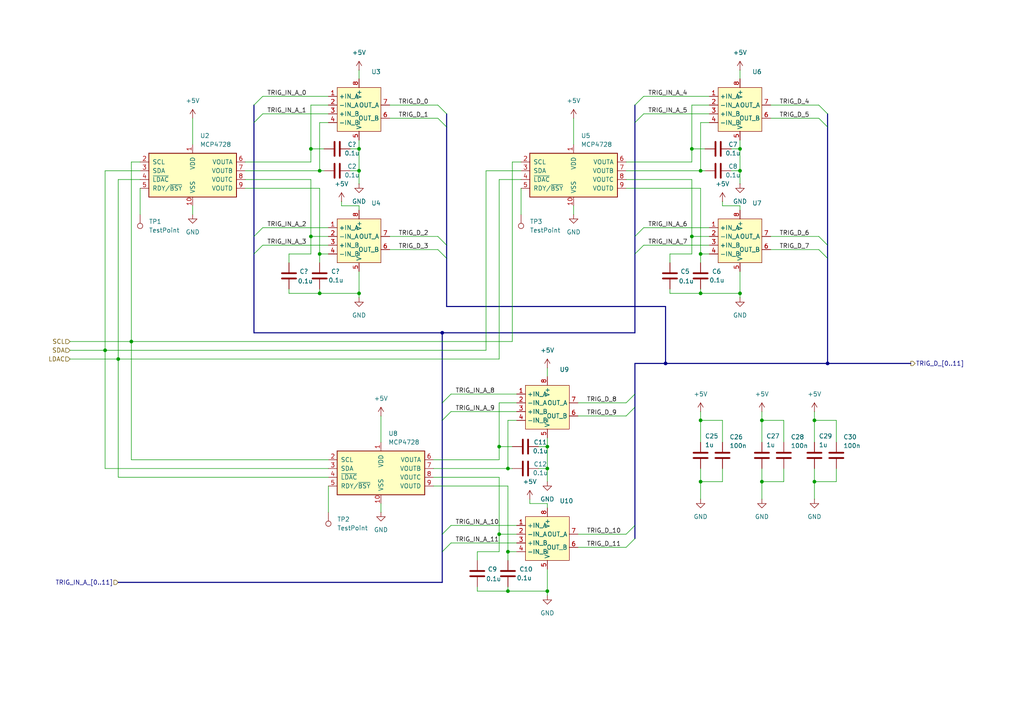
<source format=kicad_sch>
(kicad_sch (version 20250114) (generator "eeschema") (generator_version "9.0")
  (paper "A4")
  (lib_symbols
    (symbol "Analog_DAC:MCP4728" (pin_names (offset 1.016))
      (property "Reference" "U" (at -12.7 6.35 0))
      (property "Value" "MCP4728" (at 12.7 6.35 0))
      (symbol "MCP4728_0_1"
        (rectangle (start -12.7 5.08) (end 12.7 -7.62) (stroke (width 0.254)) (fill (type background)))
      )
      (symbol "MCP4728_1_1"
        (pin input line (at -15.24 2.54 0) (length 2.54) (name "SCL") (number "2"))
        (pin bidirectional line (at -15.24 0 0) (length 2.54) (name "SDA") (number "3"))
        (pin input line (at -15.24 -2.54 0) (length 2.54) (name "~{LDAC}") (number "4"))
        (pin output line (at -15.24 -5.08 0) (length 2.54) (name "RDY/~{BSY}") (number "5"))
        (pin power_in line (at 0 7.62 270) (length 2.54) (name "VDD") (number "1"))
        (pin power_in line (at 0 -10.16 90) (length 2.54) (name "VSS") (number "10"))
        (pin output line (at 15.24 2.54 180) (length 2.54) (name "VOUTA") (number "6"))
        (pin output line (at 15.24 0 180) (length 2.54) (name "VOUTB") (number "7"))
        (pin output line (at 15.24 -2.54 180) (length 2.54) (name "VOUTC") (number "8"))
        (pin output line (at 15.24 -5.08 180) (length 2.54) (name "VOUTD") (number "9"))
      )
    )
    (symbol "Connector:TestPoint" (pin_numbers (hide yes)) (pin_names (offset 0.762) (hide yes))
      (property "Reference" "TP" (at 0 6.858 0))
      (property "Value" "TestPoint" (at 0 5.08 0))
      (symbol "TestPoint_0_1"
        (circle (center 0 3.302) (radius 0.762))
      )
      (symbol "TestPoint_1_1"
        (pin passive line (at 0 0 90) (length 2.54) (name "1") (number "1"))
      )
    )
    (symbol "Device:C" (pin_numbers (hide yes)) (pin_names (offset 0.254))
      (property "Reference" "C" (at 0.635 2.54 0))
      (property "Value" "C" (at 0.635 -2.54 0))
      (symbol "C_0_1"
        (polyline (pts (xy -2.032 0.762) (xy 2.032 0.762)) (stroke (width 0.508)))
        (polyline (pts (xy -2.032 -0.762) (xy 2.032 -0.762)) (stroke (width 0.508)))
      )
      (symbol "C_1_1"
        (pin passive line (at 0 3.81 270) (length 2.794) (name "~") (number "1"))
        (pin passive line (at 0 -3.81 90) (length 2.794) (name "~") (number "2"))
      )
    )
    (symbol "TLV3502AIDR_1"
      (property "Reference" "U" (at 6.858 -8.382 0))
      (property "Value" "TLV3502AIDR" (at 8.89 -10.668 0))
      (symbol "TLV3502AIDR_1_1_1"
        (rectangle (start -6.35 6.35) (end 6.35 -6.35) (fill (type background)))
        (pin input line (at -8.89 3.81 0) (length 2.54) (name "+IN_A") (number "1"))
        (pin input line (at -8.89 1.27 0) (length 2.54) (name "-IN_A") (number "2"))
        (pin input line (at -8.89 -1.27 0) (length 2.54) (name "+IN_B") (number "3"))
        (pin input line (at -8.89 -3.81 0) (length 2.54) (name "-IN_B") (number "4"))
        (pin power_in line (at 0 8.89 270) (length 2.54) (name "V+") (number "8"))
        (pin power_in line (at 0 -8.89 90) (length 2.54) (name "V-") (number "5"))
        (pin output line (at 8.89 1.27 180) (length 2.54) (name "OUT_A") (number "7"))
        (pin output line (at 8.89 -2.54 180) (length 2.54) (name "OUT_B") (number "6"))
      )
    )
    (symbol "power:+5V" (power) (pin_numbers (hide yes)) (pin_names (offset 0) (hide yes))
      (property "Value" "+5V" (at 0 3.556 0))
      (symbol "+5V_0_1"
        (polyline (pts (xy -0.762 1.27) (xy 0 2.54)))
        (polyline (pts (xy 0 2.54) (xy 0.762 1.27)))
        (polyline (pts (xy 0 0) (xy 0 2.54)))
      )
      (symbol "+5V_1_1"
        (pin power_in line (at 0 0 90) (length 0) (name "~") (number "1"))
      )
    )
    (symbol "power:GND" (power) (pin_numbers (hide yes)) (pin_names (offset 0) (hide yes))
      (property "Value" "GND" (at 0 -3.81 0))
      (symbol "GND_0_1"
        (polyline (pts (xy 0 0) (xy 0 -1.27) (xy 1.27 -1.27) (xy 0 -2.54) (xy -1.27 -1.27) (xy 0 -1.27)))
      )
      (symbol "GND_1_1"
        (pin power_in line (at 0 0 270) (length 0) (name "~") (number "1"))
      )
    )
  )
  (junction (at 158.75 171.45))
  (junction (at 104.14 49.53))
  (junction (at 203.2 85.09))
  (junction (at 214.63 49.53))
  (junction (at 30.48 101.6))
  (junction (at 193.04 105.41))
  (junction (at 92.71 73.66))
  (junction (at 203.2 49.53))
  (junction (at 104.14 43.18))
  (junction (at 200.66 43.18))
  (junction (at 90.17 68.58))
  (junction (at 147.32 135.89))
  (junction (at 203.2 121.92))
  (junction (at 236.22 139.7))
  (junction (at 214.63 85.09))
  (junction (at 92.71 49.53))
  (junction (at 220.98 121.92))
  (junction (at 92.71 85.09))
  (junction (at 144.78 154.94))
  (junction (at 38.1 99.06))
  (junction (at 200.66 68.58))
  (junction (at 236.22 121.92))
  (junction (at 240.03 105.41))
  (junction (at 147.32 160.02))
  (junction (at 203.2 139.7))
  (junction (at 128.27 96.52))
  (junction (at 90.17 43.18))
  (junction (at 144.78 129.54))
  (junction (at 158.75 135.89))
  (junction (at 104.14 85.09))
  (junction (at 147.32 171.45))
  (junction (at 214.63 43.18))
  (junction (at 203.2 73.66))
  (junction (at 220.98 139.7))
  (junction (at 34.29 104.14))
  (junction (at 158.75 129.54))
  (bus_entry (at 128.27 116.84) (size 2.54 -2.54))
  (bus_entry (at 73.66 68.58) (size 2.54 -2.54))
  (bus_entry (at 73.66 30.48) (size 2.54 -2.54))
  (bus_entry (at 128.27 154.94) (size 2.54 -2.54))
  (bus_entry (at 181.61 154.94) (size 2.54 -2.54))
  (bus_entry (at 73.66 73.66) (size 2.54 -2.54))
  (bus_entry (at 237.49 34.29) (size 2.54 2.54))
  (bus_entry (at 237.49 30.48) (size 2.54 2.54))
  (bus_entry (at 181.61 158.75) (size 2.54 -2.54))
  (bus_entry (at 237.49 72.39) (size 2.54 2.54))
  (bus_entry (at 127 72.39) (size 2.54 2.54))
  (bus_entry (at 128.27 160.02) (size 2.54 -2.54))
  (bus_entry (at 184.15 35.56) (size 2.54 -2.54))
  (bus_entry (at 127 34.29) (size 2.54 2.54))
  (bus_entry (at 127 68.58) (size 2.54 2.54))
  (bus_entry (at 128.27 121.92) (size 2.54 -2.54))
  (bus_entry (at 73.66 35.56) (size 2.54 -2.54))
  (bus_entry (at 127 30.48) (size 2.54 2.54))
  (bus_entry (at 184.15 73.66) (size 2.54 -2.54))
  (bus_entry (at 237.49 68.58) (size 2.54 2.54))
  (bus_entry (at 181.61 116.84) (size 2.54 -2.54))
  (bus_entry (at 181.61 120.65) (size 2.54 -2.54))
  (bus_entry (at 184.15 30.48) (size 2.54 -2.54))
  (bus_entry (at 184.15 68.58) (size 2.54 -2.54))
  (wire (pts (xy 83.82 85.09) (xy 92.71 85.09)))
  (wire (pts (xy 167.64 120.65) (xy 181.61 120.65)))
  (wire (pts (xy 34.29 104.14) (xy 34.29 138.43)))
  (wire (pts (xy 20.32 101.6) (xy 30.48 101.6)))
  (wire (pts (xy 167.64 158.75) (xy 181.61 158.75)))
  (wire (pts (xy 99.06 59.69) (xy 104.14 59.69)))
  (wire (pts (xy 203.2 121.92) (xy 203.2 128.27)))
  (wire (pts (xy 214.63 20.32) (xy 214.63 22.86)))
  (wire (pts (xy 92.71 35.56) (xy 92.71 49.53)))
  (wire (pts (xy 95.25 140.97) (xy 95.25 148.59)))
  (wire (pts (xy 76.2 66.04) (xy 95.25 66.04)))
  (wire (pts (xy 95.25 73.66) (xy 92.71 73.66)))
  (wire (pts (xy 104.14 20.32) (xy 104.14 22.86)))
  (wire (pts (xy 110.49 146.05) (xy 110.49 148.59)))
  (wire (pts (xy 125.73 133.35) (xy 144.78 133.35)))
  (wire (pts (xy 90.17 52.07) (xy 71.12 52.07)))
  (bus (pts (xy 73.66 96.52) (xy 128.27 96.52)))
  (wire (pts (xy 144.78 129.54) (xy 148.59 129.54)))
  (wire (pts (xy 209.55 135.89) (xy 209.55 139.7)))
  (wire (pts (xy 110.49 120.65) (xy 110.49 128.27)))
  (wire (pts (xy 236.22 121.92) (xy 242.57 121.92)))
  (bus (pts (xy 128.27 96.52) (xy 184.15 96.52)))
  (wire (pts (xy 158.75 171.45) (xy 158.75 165.1)))
  (wire (pts (xy 203.2 121.92) (xy 209.55 121.92)))
  (bus (pts (xy 184.15 118.11) (xy 184.15 152.4)))
  (wire (pts (xy 104.14 59.69) (xy 104.14 60.96)))
  (bus (pts (xy 129.54 88.9) (xy 193.04 88.9)))
  (wire (pts (xy 20.32 99.06) (xy 38.1 99.06)))
  (wire (pts (xy 220.98 121.92) (xy 227.33 121.92)))
  (bus (pts (xy 184.15 152.4) (xy 184.15 156.21)))
  (wire (pts (xy 167.64 154.94) (xy 181.61 154.94)))
  (wire (pts (xy 104.14 53.34) (xy 104.14 49.53)))
  (wire (pts (xy 95.25 30.48) (xy 90.17 30.48)))
  (wire (pts (xy 223.52 34.29) (xy 237.49 34.29)))
  (bus (pts (xy 128.27 160.02) (xy 128.27 168.91)))
  (wire (pts (xy 242.57 135.89) (xy 242.57 139.7)))
  (bus (pts (xy 184.15 35.56) (xy 184.15 68.58)))
  (wire (pts (xy 83.82 83.82) (xy 83.82 85.09)))
  (wire (pts (xy 104.14 85.09) (xy 104.14 86.36)))
  (wire (pts (xy 209.55 58.42) (xy 209.55 59.69)))
  (wire (pts (xy 130.81 114.3) (xy 149.86 114.3)))
  (wire (pts (xy 92.71 54.61) (xy 71.12 54.61)))
  (wire (pts (xy 104.14 43.18) (xy 104.14 49.53)))
  (wire (pts (xy 194.31 73.66) (xy 194.31 76.2)))
  (wire (pts (xy 236.22 135.89) (xy 236.22 139.7)))
  (bus (pts (xy 193.04 105.41) (xy 240.03 105.41)))
  (wire (pts (xy 113.03 34.29) (xy 127 34.29)))
  (wire (pts (xy 147.32 135.89) (xy 148.59 135.89)))
  (wire (pts (xy 153.67 146.05) (xy 158.75 146.05)))
  (wire (pts (xy 90.17 73.66) (xy 83.82 73.66)))
  (wire (pts (xy 151.13 52.07) (xy 144.78 52.07)))
  (wire (pts (xy 38.1 133.35) (xy 95.25 133.35)))
  (wire (pts (xy 205.74 68.58) (xy 200.66 68.58)))
  (bus (pts (xy 73.66 68.58) (xy 73.66 73.66)))
  (wire (pts (xy 71.12 46.99) (xy 90.17 46.99)))
  (wire (pts (xy 200.66 52.07) (xy 181.61 52.07)))
  (wire (pts (xy 214.63 43.18) (xy 214.63 49.53)))
  (wire (pts (xy 220.98 119.38) (xy 220.98 121.92)))
  (wire (pts (xy 113.03 68.58) (xy 127 68.58)))
  (wire (pts (xy 223.52 68.58) (xy 237.49 68.58)))
  (bus (pts (xy 193.04 88.9) (xy 193.04 105.41)))
  (wire (pts (xy 138.43 171.45) (xy 147.32 171.45)))
  (bus (pts (xy 128.27 121.92) (xy 128.27 154.94)))
  (wire (pts (xy 236.22 121.92) (xy 236.22 128.27)))
  (wire (pts (xy 147.32 170.18) (xy 147.32 171.45)))
  (wire (pts (xy 200.66 43.18) (xy 204.47 43.18)))
  (wire (pts (xy 200.66 43.18) (xy 200.66 46.99)))
  (wire (pts (xy 227.33 139.7) (xy 220.98 139.7)))
  (wire (pts (xy 55.88 59.69) (xy 55.88 62.23)))
  (wire (pts (xy 205.74 30.48) (xy 200.66 30.48)))
  (wire (pts (xy 147.32 171.45) (xy 158.75 171.45)))
  (wire (pts (xy 95.25 35.56) (xy 92.71 35.56)))
  (wire (pts (xy 203.2 54.61) (xy 181.61 54.61)))
  (bus (pts (xy 128.27 116.84) (xy 128.27 96.52)))
  (wire (pts (xy 223.52 72.39) (xy 237.49 72.39)))
  (wire (pts (xy 144.78 154.94) (xy 144.78 160.02)))
  (wire (pts (xy 151.13 46.99) (xy 148.59 46.99)))
  (wire (pts (xy 76.2 71.12) (xy 95.25 71.12)))
  (wire (pts (xy 38.1 46.99) (xy 38.1 99.06)))
  (wire (pts (xy 242.57 121.92) (xy 242.57 128.27)))
  (wire (pts (xy 92.71 49.53) (xy 93.98 49.53)))
  (wire (pts (xy 156.21 135.89) (xy 158.75 135.89)))
  (bus (pts (xy 240.03 71.12) (xy 240.03 74.93)))
  (wire (pts (xy 113.03 30.48) (xy 127 30.48)))
  (wire (pts (xy 200.66 68.58) (xy 200.66 73.66)))
  (wire (pts (xy 214.63 85.09) (xy 214.63 86.36)))
  (wire (pts (xy 149.86 116.84) (xy 144.78 116.84)))
  (wire (pts (xy 227.33 121.92) (xy 227.33 128.27)))
  (wire (pts (xy 40.64 54.61) (xy 40.64 62.23)))
  (bus (pts (xy 128.27 116.84) (xy 128.27 121.92)))
  (wire (pts (xy 90.17 30.48) (xy 90.17 43.18)))
  (bus (pts (xy 128.27 154.94) (xy 128.27 160.02)))
  (wire (pts (xy 40.64 52.07) (xy 34.29 52.07)))
  (wire (pts (xy 130.81 152.4) (xy 149.86 152.4)))
  (wire (pts (xy 205.74 73.66) (xy 203.2 73.66)))
  (wire (pts (xy 156.21 129.54) (xy 158.75 129.54)))
  (bus (pts (xy 240.03 33.02) (xy 240.03 36.83)))
  (wire (pts (xy 158.75 171.45) (xy 158.75 172.72)))
  (wire (pts (xy 30.48 135.89) (xy 95.25 135.89)))
  (wire (pts (xy 186.69 27.94) (xy 205.74 27.94)))
  (wire (pts (xy 90.17 68.58) (xy 90.17 52.07)))
  (wire (pts (xy 200.66 68.58) (xy 200.66 52.07)))
  (wire (pts (xy 92.71 83.82) (xy 92.71 85.09)))
  (wire (pts (xy 130.81 119.38) (xy 149.86 119.38)))
  (wire (pts (xy 148.59 46.99) (xy 148.59 99.06)))
  (wire (pts (xy 214.63 85.09) (xy 214.63 78.74)))
  (wire (pts (xy 101.6 43.18) (xy 104.14 43.18)))
  (wire (pts (xy 158.75 127) (xy 158.75 129.54)))
  (wire (pts (xy 113.03 72.39) (xy 127 72.39)))
  (wire (pts (xy 186.69 71.12) (xy 205.74 71.12)))
  (wire (pts (xy 200.66 30.48) (xy 200.66 43.18)))
  (bus (pts (xy 129.54 71.12) (xy 129.54 74.93)))
  (wire (pts (xy 144.78 154.94) (xy 144.78 138.43)))
  (wire (pts (xy 99.06 58.42) (xy 99.06 59.69)))
  (wire (pts (xy 83.82 73.66) (xy 83.82 76.2)))
  (wire (pts (xy 212.09 43.18) (xy 214.63 43.18)))
  (bus (pts (xy 34.29 168.91) (xy 128.27 168.91)))
  (wire (pts (xy 147.32 160.02) (xy 147.32 140.97)))
  (wire (pts (xy 220.98 139.7) (xy 220.98 144.78)))
  (wire (pts (xy 34.29 104.14) (xy 144.78 104.14)))
  (wire (pts (xy 92.71 73.66) (xy 92.71 76.2)))
  (wire (pts (xy 144.78 52.07) (xy 144.78 104.14)))
  (wire (pts (xy 130.81 157.48) (xy 149.86 157.48)))
  (wire (pts (xy 144.78 129.54) (xy 144.78 133.35)))
  (wire (pts (xy 151.13 49.53) (xy 140.97 49.53)))
  (wire (pts (xy 40.64 49.53) (xy 30.48 49.53)))
  (wire (pts (xy 92.71 49.53) (xy 71.12 49.53)))
  (wire (pts (xy 205.74 35.56) (xy 203.2 35.56)))
  (bus (pts (xy 184.15 114.3) (xy 184.15 105.41)))
  (wire (pts (xy 147.32 135.89) (xy 125.73 135.89)))
  (wire (pts (xy 203.2 119.38) (xy 203.2 121.92)))
  (wire (pts (xy 158.75 139.7) (xy 158.75 135.89)))
  (wire (pts (xy 214.63 59.69) (xy 214.63 60.96)))
  (wire (pts (xy 38.1 99.06) (xy 148.59 99.06)))
  (wire (pts (xy 200.66 73.66) (xy 194.31 73.66)))
  (wire (pts (xy 220.98 121.92) (xy 220.98 128.27)))
  (wire (pts (xy 209.55 121.92) (xy 209.55 128.27)))
  (wire (pts (xy 203.2 73.66) (xy 203.2 54.61)))
  (wire (pts (xy 76.2 27.94) (xy 95.25 27.94)))
  (wire (pts (xy 203.2 83.82) (xy 203.2 85.09)))
  (wire (pts (xy 194.31 83.82) (xy 194.31 85.09)))
  (wire (pts (xy 227.33 135.89) (xy 227.33 139.7)))
  (wire (pts (xy 20.32 104.14) (xy 34.29 104.14)))
  (wire (pts (xy 223.52 30.48) (xy 237.49 30.48)))
  (wire (pts (xy 149.86 154.94) (xy 144.78 154.94)))
  (wire (pts (xy 203.2 139.7) (xy 203.2 144.78)))
  (wire (pts (xy 158.75 106.68) (xy 158.75 109.22)))
  (wire (pts (xy 147.32 121.92) (xy 147.32 135.89)))
  (wire (pts (xy 236.22 119.38) (xy 236.22 121.92)))
  (wire (pts (xy 166.37 59.69) (xy 166.37 62.23)))
  (wire (pts (xy 34.29 52.07) (xy 34.29 104.14)))
  (wire (pts (xy 40.64 46.99) (xy 38.1 46.99)))
  (bus (pts (xy 240.03 105.41) (xy 264.16 105.41)))
  (wire (pts (xy 203.2 135.89) (xy 203.2 139.7)))
  (wire (pts (xy 90.17 68.58) (xy 90.17 73.66)))
  (wire (pts (xy 242.57 139.7) (xy 236.22 139.7)))
  (wire (pts (xy 203.2 49.53) (xy 204.47 49.53)))
  (wire (pts (xy 90.17 43.18) (xy 90.17 46.99)))
  (wire (pts (xy 144.78 116.84) (xy 144.78 129.54)))
  (wire (pts (xy 92.71 85.09) (xy 104.14 85.09)))
  (wire (pts (xy 203.2 85.09) (xy 214.63 85.09)))
  (wire (pts (xy 147.32 140.97) (xy 125.73 140.97)))
  (wire (pts (xy 236.22 139.7) (xy 236.22 144.78)))
  (wire (pts (xy 209.55 59.69) (xy 214.63 59.69)))
  (wire (pts (xy 30.48 49.53) (xy 30.48 101.6)))
  (wire (pts (xy 92.71 73.66) (xy 92.71 54.61)))
  (wire (pts (xy 203.2 49.53) (xy 181.61 49.53)))
  (wire (pts (xy 55.88 34.29) (xy 55.88 41.91)))
  (wire (pts (xy 144.78 160.02) (xy 138.43 160.02)))
  (wire (pts (xy 149.86 121.92) (xy 147.32 121.92)))
  (wire (pts (xy 167.64 116.84) (xy 181.61 116.84)))
  (wire (pts (xy 151.13 54.61) (xy 151.13 62.23)))
  (bus (pts (xy 73.66 96.52) (xy 73.66 73.66)))
  (bus (pts (xy 129.54 74.93) (xy 129.54 88.9)))
  (bus (pts (xy 184.15 118.11) (xy 184.15 114.3)))
  (wire (pts (xy 95.25 68.58) (xy 90.17 68.58)))
  (wire (pts (xy 158.75 146.05) (xy 158.75 147.32)))
  (wire (pts (xy 212.09 49.53) (xy 214.63 49.53)))
  (wire (pts (xy 186.69 66.04) (xy 205.74 66.04)))
  (wire (pts (xy 138.43 160.02) (xy 138.43 162.56)))
  (wire (pts (xy 104.14 40.64) (xy 104.14 43.18)))
  (wire (pts (xy 214.63 53.34) (xy 214.63 49.53)))
  (wire (pts (xy 144.78 138.43) (xy 125.73 138.43)))
  (wire (pts (xy 147.32 160.02) (xy 147.32 162.56)))
  (wire (pts (xy 158.75 129.54) (xy 158.75 135.89)))
  (wire (pts (xy 30.48 101.6) (xy 30.48 135.89)))
  (wire (pts (xy 104.14 85.09) (xy 104.14 78.74)))
  (wire (pts (xy 34.29 138.43) (xy 95.25 138.43)))
  (wire (pts (xy 214.63 40.64) (xy 214.63 43.18)))
  (wire (pts (xy 30.48 101.6) (xy 140.97 101.6)))
  (wire (pts (xy 140.97 49.53) (xy 140.97 101.6)))
  (wire (pts (xy 153.67 144.78) (xy 153.67 146.05)))
  (wire (pts (xy 220.98 135.89) (xy 220.98 139.7)))
  (wire (pts (xy 203.2 35.56) (xy 203.2 49.53)))
  (bus (pts (xy 73.66 35.56) (xy 73.66 68.58)))
  (wire (pts (xy 76.2 33.02) (xy 95.25 33.02)))
  (wire (pts (xy 181.61 46.99) (xy 200.66 46.99)))
  (wire (pts (xy 138.43 170.18) (xy 138.43 171.45)))
  (bus (pts (xy 184.15 68.58) (xy 184.15 73.66)))
  (wire (pts (xy 194.31 85.09) (xy 203.2 85.09)))
  (bus (pts (xy 240.03 36.83) (xy 240.03 71.12)))
  (bus (pts (xy 129.54 36.83) (xy 129.54 71.12)))
  (wire (pts (xy 101.6 49.53) (xy 104.14 49.53)))
  (bus (pts (xy 184.15 96.52) (xy 184.15 73.66)))
  (wire (pts (xy 90.17 43.18) (xy 93.98 43.18)))
  (wire (pts (xy 209.55 139.7) (xy 203.2 139.7)))
  (bus (pts (xy 129.54 33.02) (xy 129.54 36.83)))
  (wire (pts (xy 149.86 160.02) (xy 147.32 160.02)))
  (bus (pts (xy 73.66 30.48) (xy 73.66 35.56)))
  (wire (pts (xy 203.2 73.66) (xy 203.2 76.2)))
  (bus (pts (xy 184.15 105.41) (xy 193.04 105.41)))
  (wire (pts (xy 38.1 99.06) (xy 38.1 133.35)))
  (bus (pts (xy 184.15 30.48) (xy 184.15 35.56)))
  (wire (pts (xy 186.69 33.02) (xy 205.74 33.02)))
  (bus (pts (xy 240.03 74.93) (xy 240.03 105.41)))
  (wire (pts (xy 166.37 34.29) (xy 166.37 41.91)))
  (label "TRIG_D_5" (at 226.06 34.29 0))
  (label "TRIG_D_1" (at 115.57 34.29 0))
  (label "TRIG_IN_A_8" (at 132.08 114.3 0))
  (label "TRIG_D_3" (at 115.57 72.39 0))
  (label "TRIG_D_6" (at 226.06 68.58 0))
  (label "TRIG_IN_A_9" (at 132.08 119.38 0))
  (label "TRIG_D_7" (at 226.06 72.39 0))
  (label "TRIG_D_8" (at 170.18 116.84 0))
  (label "TRIG_IN_A_5" (at 187.96 33.02 0))
  (label "TRIG_IN_A_4" (at 187.96 27.94 0))
  (label "TRIG_IN_A_3" (at 77.47 71.12 0))
  (label "TRIG_IN_A_10" (at 132.08 152.4 0))
  (label "TRIG_IN_A_11" (at 132.08 157.48 0))
  (label "TRIG_IN_A_2" (at 77.47 66.04 0))
  (label "TRIG_IN_A_6" (at 187.96 66.04 0))
  (label "TRIG_D_2" (at 115.57 68.58 0))
  (label "TRIG_D_10" (at 170.18 154.94 0))
  (label "TRIG_D_0" (at 115.57 30.48 0))
  (label "TRIG_D_9" (at 170.18 120.65 0))
  (label "TRIG_D_4" (at 226.06 30.48 0))
  (label "TRIG_IN_A_1" (at 77.47 33.02 0))
  (label "TRIG_IN_A_0" (at 77.47 27.94 0))
  (label "TRIG_D_11" (at 170.18 158.75 0))
  (label "TRIG_IN_A_7" (at 187.96 71.12 0))
  (hierarchical_label "TRIG_IN_A_[0..11]" (shape input) (at 34.29 168.91 180))
  (hierarchical_label "LDAC" (shape input) (at 20.32 104.14 180))
  (hierarchical_label "SDA" (shape input) (at 20.32 101.6 180))
  (hierarchical_label "SCL" (shape input) (at 20.32 99.06 180))
  (hierarchical_label "TRIG_D_[0..11]" (shape output) (at 264.16 105.41 0))
  (symbol (lib_id "power:+5V") (at 203.2 119.38 0) (unit 1)
    (property "Reference" "#PWR050" (effects (hide yes)))
    (property "Value" "+5V" (at 203.2 114.3 0))
    (property "Description" "Power symbol creates a global label with name \"+5V\"" (effects (hide yes)))
  )
  (symbol (lib_id "power:GND") (at 158.75 139.7 0) (unit 1)
    (property "Reference" "#PWR027" (effects (hide yes)))
    (property "Value" "GND" (at 158.75 144.78 0))
    (property "Description" "Power symbol creates a global label with name \"GND\" , ground" (effects (hide yes)))
  )
  (symbol (lib_id "power:GND") (at 55.88 62.23 0) (unit 1)
    (property "Reference" "#PWR?" (effects (hide yes)))
    (property "Value" "GND" (at 55.88 67.31 0))
    (property "Description" "Power symbol creates a global label with name \"GND\" , ground" (effects (hide yes)))
  )
  (symbol (lib_name "TLV3502AIDR_1") (lib_id "tlv3502aidr:TLV3502AIDR") (at 158.75 118.11 0) (unit 1)
    (property "Reference" "U9" (at 162.306 107.188 0) (effects (justify left)))
    (property "Value" "TLV3502AIDR" (effects (hide yes)))
  )
  (symbol (lib_id "power:+5V") (at 236.22 119.38 0) (unit 1)
    (property "Reference" "#PWR054" (effects (hide yes)))
    (property "Value" "+5V" (at 236.22 114.3 0))
    (property "Description" "Power symbol creates a global label with name \"+5V\"" (effects (hide yes)))
  )
  (symbol (lib_id "Device:C") (at 83.82 80.01 0) (unit 1)
    (property "Reference" "C?" (at 86.868 78.74 0) (effects (justify left)))
    (property "Value" "0.1u" (at 86.36 81.534 0) (effects (justify left)))
    (property "Description" "Unpolarized capacitor" (effects (hide yes)))
  )
  (symbol (lib_id "power:GND") (at 110.49 148.59 0) (unit 1)
    (property "Reference" "#PWR024" (effects (hide yes)))
    (property "Value" "GND" (at 110.49 153.67 0))
    (property "Description" "Power symbol creates a global label with name \"GND\" , ground" (effects (hide yes)))
  )
  (symbol (lib_id "Connector:TestPoint") (at 40.64 62.23 180) (unit 1)
    (property "Reference" "TP1" (at 43.18 64.2619 0) (effects (justify right)))
    (property "Value" "TestPoint" (at 43.18 66.8019 0) (effects (justify right)))
    (property "Description" "test point" (effects (hide yes)))
  )
  (symbol (lib_id "power:GND") (at 236.22 144.78 0) (unit 1)
    (property "Reference" "#PWR055" (effects (hide yes)))
    (property "Value" "GND" (at 236.22 149.86 0))
    (property "Description" "Power symbol creates a global label with name \"GND\" , ground" (effects (hide yes)))
  )
  (symbol (lib_id "Device:C") (at 97.79 49.53 270) (unit 1)
    (property "Reference" "C2" (at 102.108 48.26 90))
    (property "Value" "0.1u" (at 102.108 50.8 90))
    (property "Description" "Unpolarized capacitor" (effects (hide yes)))
  )
  (symbol (lib_id "Device:C") (at 138.43 166.37 0) (unit 1)
    (property "Reference" "C9" (at 141.478 165.1 0) (effects (justify left)))
    (property "Value" "0.1u" (at 140.97 167.894 0) (effects (justify left)))
    (property "Description" "Unpolarized capacitor" (effects (hide yes)))
  )
  (symbol (lib_id "Device:C") (at 242.57 132.08 0) (unit 1)
    (property "Reference" "C30" (at 244.602 126.746 0) (effects (justify left)))
    (property "Value" "100n" (at 244.602 129.286 0) (effects (justify left)))
    (property "Description" "Unpolarized capacitor" (effects (hide yes)))
  )
  (symbol (lib_name "TLV3502AIDR_1") (lib_id "tlv3502aidr:TLV3502AIDR") (at 104.14 69.85 0) (unit 1)
    (property "Reference" "U4" (at 107.696 58.928 0) (effects (justify left)))
    (property "Value" "TLV3502AIDR" (effects (hide yes)))
  )
  (symbol (lib_name "TLV3502AIDR_1") (lib_id "tlv3502aidr:TLV3502AIDR") (at 104.14 31.75 0) (unit 1)
    (property "Reference" "U3" (at 107.696 20.828 0) (effects (justify left)))
    (property "Value" "TLV3502AIDR" (effects (hide yes)))
  )
  (symbol (lib_id "Device:C") (at 203.2 132.08 0) (unit 1)
    (property "Reference" "C25" (at 204.47 126.492 0) (effects (justify left)))
    (property "Value" "1u" (at 204.47 129.032 0) (effects (justify left)))
    (property "Description" "Unpolarized capacitor" (effects (hide yes)))
  )
  (symbol (lib_id "Device:C") (at 236.22 132.08 0) (unit 1)
    (property "Reference" "C29" (at 237.49 126.492 0) (effects (justify left)))
    (property "Value" "1u" (at 237.49 129.032 0) (effects (justify left)))
    (property "Description" "Unpolarized capacitor" (effects (hide yes)))
  )
  (symbol (lib_id "power:+5V") (at 209.55 58.42 0) (unit 1)
    (property "Reference" "#PWR019" (effects (hide yes)))
    (property "Value" "+5V" (at 209.55 53.34 0))
    (property "Description" "Power symbol creates a global label with name \"+5V\"" (effects (hide yes)))
  )
  (symbol (lib_id "Device:C") (at 194.31 80.01 0) (unit 1)
    (property "Reference" "C5" (at 197.358 78.74 0) (effects (justify left)))
    (property "Value" "0.1u" (at 196.85 81.534 0) (effects (justify left)))
    (property "Description" "Unpolarized capacitor" (effects (hide yes)))
  )
  (symbol (lib_id "Connector:TestPoint") (at 95.25 148.59 180) (unit 1)
    (property "Reference" "TP2" (at 97.79 150.6219 0) (effects (justify right)))
    (property "Value" "TestPoint" (at 97.79 153.1619 0) (effects (justify right)))
    (property "Description" "test point" (effects (hide yes)))
  )
  (symbol (lib_id "Device:C") (at 209.55 132.08 0) (unit 1)
    (property "Reference" "C26" (at 211.582 126.746 0) (effects (justify left)))
    (property "Value" "100n" (at 211.582 129.286 0) (effects (justify left)))
    (property "Description" "Unpolarized capacitor" (effects (hide yes)))
  )
  (symbol (lib_id "Analog_DAC:MCP4728") (at 166.37 49.53 0) (unit 1)
    (property "Reference" "U5" (at 168.5133 39.37 0) (effects (justify left)))
    (property "Value" "MCP4728" (at 168.5133 41.91 0) (effects (justify left)))
    (property "Footprint" "Package_SO:MSOP-10_3x3mm_P0.5mm" (effects (hide yes)))
    (property "Datasheet" "http://ww1.microchip.com/downloads/en/DeviceDoc/22187E.pdf" (effects (hide yes)))
    (property "Description" "12-bit digital to analog converter, quad output, 2.048V internal reference, integrated EEPROM, I2C interface" (effects (hide yes)))
  )
  (symbol (lib_name "TLV3502AIDR_1") (lib_id "tlv3502aidr:TLV3502AIDR") (at 158.75 156.21 0) (unit 1)
    (property "Reference" "U10" (at 162.306 145.288 0) (effects (justify left)))
    (property "Value" "TLV3502AIDR" (effects (hide yes)))
  )
  (symbol (lib_id "power:GND") (at 104.14 53.34 0) (unit 1)
    (property "Reference" "#PWR?" (effects (hide yes)))
    (property "Value" "GND" (at 104.14 58.42 0))
    (property "Description" "Power symbol creates a global label with name \"GND\" , ground" (effects (hide yes)))
  )
  (symbol (lib_id "power:GND") (at 214.63 53.34 0) (unit 1)
    (property "Reference" "#PWR021" (effects (hide yes)))
    (property "Value" "GND" (at 214.63 58.42 0))
    (property "Description" "Power symbol creates a global label with name \"GND\" , ground" (effects (hide yes)))
  )
  (symbol (lib_id "power:+5V") (at 55.88 34.29 0) (unit 1)
    (property "Reference" "#PWR?" (effects (hide yes)))
    (property "Value" "+5V" (at 55.88 29.21 0))
    (property "Description" "Power symbol creates a global label with name \"+5V\"" (effects (hide yes)))
  )
  (symbol (lib_id "power:+5V") (at 99.06 58.42 0) (unit 1)
    (property "Reference" "#PWR015" (effects (hide yes)))
    (property "Value" "+5V" (at 99.06 53.34 0))
    (property "Description" "Power symbol creates a global label with name \"+5V\"" (effects (hide yes)))
  )
  (symbol (lib_id "Connector:TestPoint") (at 151.13 62.23 180) (unit 1)
    (property "Reference" "TP3" (at 153.67 64.2619 0) (effects (justify right)))
    (property "Value" "TestPoint" (at 153.67 66.8019 0) (effects (justify right)))
    (property "Description" "test point" (effects (hide yes)))
  )
  (symbol (lib_id "power:+5V") (at 153.67 144.78 0) (unit 1)
    (property "Reference" "#PWR025" (effects (hide yes)))
    (property "Value" "+5V" (at 153.67 139.7 0))
    (property "Description" "Power symbol creates a global label with name \"+5V\"" (effects (hide yes)))
  )
  (symbol (lib_name "TLV3502AIDR_1") (lib_id "tlv3502aidr:TLV3502AIDR") (at 214.63 69.85 0) (unit 1)
    (property "Reference" "U7" (at 218.186 58.928 0) (effects (justify left)))
    (property "Value" "TLV3502AIDR" (effects (hide yes)))
  )
  (symbol (lib_id "power:GND") (at 203.2 144.78 0) (unit 1)
    (property "Reference" "#PWR051" (effects (hide yes)))
    (property "Value" "GND" (at 203.2 149.86 0))
    (property "Description" "Power symbol creates a global label with name \"GND\" , ground" (effects (hide yes)))
  )
  (symbol (lib_id "power:GND") (at 104.14 86.36 0) (unit 1)
    (property "Reference" "#PWR?" (effects (hide yes)))
    (property "Value" "GND" (at 104.14 91.44 0))
    (property "Description" "Power symbol creates a global label with name \"GND\" , ground" (effects (hide yes)))
  )
  (symbol (lib_id "Device:C") (at 147.32 166.37 0) (unit 1)
    (property "Reference" "C10" (at 150.622 165.1 0) (effects (justify left)))
    (property "Value" "0.1u" (at 149.86 167.64 0) (effects (justify left)))
    (property "Description" "Unpolarized capacitor" (effects (hide yes)))
  )
  (symbol (lib_name "TLV3502AIDR_1") (lib_id "tlv3502aidr:TLV3502AIDR") (at 214.63 31.75 0) (unit 1)
    (property "Reference" "U6" (at 218.186 20.828 0) (effects (justify left)))
    (property "Value" "TLV3502AIDR" (effects (hide yes)))
  )
  (symbol (lib_id "Device:C") (at 227.33 132.08 0) (unit 1)
    (property "Reference" "C28" (at 229.362 126.746 0) (effects (justify left)))
    (property "Value" "100n" (at 229.362 129.286 0) (effects (justify left)))
    (property "Description" "Unpolarized capacitor" (effects (hide yes)))
  )
  (symbol (lib_id "power:GND") (at 158.75 172.72 0) (unit 1)
    (property "Reference" "#PWR028" (effects (hide yes)))
    (property "Value" "GND" (at 158.75 177.8 0))
    (property "Description" "Power symbol creates a global label with name \"GND\" , ground" (effects (hide yes)))
  )
  (symbol (lib_id "Device:C") (at 208.28 43.18 270) (unit 1)
    (property "Reference" "C7" (at 212.598 41.91 90))
    (property "Value" "0.1u" (at 212.598 44.45 90))
    (property "Description" "Unpolarized capacitor" (effects (hide yes)))
  )
  (symbol (lib_id "Device:C") (at 152.4 129.54 270) (unit 1)
    (property "Reference" "C11" (at 156.718 128.27 90))
    (property "Value" "0.1u" (at 156.718 130.81 90))
    (property "Description" "Unpolarized capacitor" (effects (hide yes)))
  )
  (symbol (lib_id "power:GND") (at 166.37 62.23 0) (unit 1)
    (property "Reference" "#PWR018" (effects (hide yes)))
    (property "Value" "GND" (at 166.37 67.31 0))
    (property "Description" "Power symbol creates a global label with name \"GND\" , ground" (effects (hide yes)))
  )
  (symbol (lib_id "power:GND") (at 214.63 86.36 0) (unit 1)
    (property "Reference" "#PWR022" (effects (hide yes)))
    (property "Value" "GND" (at 214.63 91.44 0))
    (property "Description" "Power symbol creates a global label with name \"GND\" , ground" (effects (hide yes)))
  )
  (symbol (lib_id "Device:C") (at 97.79 43.18 270) (unit 1)
    (property "Reference" "C?" (at 102.108 41.91 90))
    (property "Value" "0.1u" (at 102.108 44.45 90))
    (property "Description" "Unpolarized capacitor" (effects (hide yes)))
  )
  (symbol (lib_id "power:+5V") (at 214.63 20.32 0) (unit 1)
    (property "Reference" "#PWR020" (effects (hide yes)))
    (property "Value" "+5V" (at 214.63 15.24 0))
    (property "Description" "Power symbol creates a global label with name \"+5V\"" (effects (hide yes)))
  )
  (symbol (lib_id "Device:C") (at 220.98 132.08 0) (unit 1)
    (property "Reference" "C27" (at 222.25 126.492 0) (effects (justify left)))
    (property "Value" "1u" (at 222.25 129.032 0) (effects (justify left)))
    (property "Description" "Unpolarized capacitor" (effects (hide yes)))
  )
  (symbol (lib_id "Device:C") (at 152.4 135.89 270) (unit 1)
    (property "Reference" "C12" (at 156.718 134.62 90))
    (property "Value" "0.1u" (at 156.718 137.16 90))
    (property "Description" "Unpolarized capacitor" (effects (hide yes)))
  )
  (symbol (lib_id "Device:C") (at 92.71 80.01 0) (unit 1)
    (property "Reference" "C?" (at 96.012 78.74 0) (effects (justify left)))
    (property "Value" "0.1u" (at 95.25 81.28 0) (effects (justify left)))
    (property "Description" "Unpolarized capacitor" (effects (hide yes)))
  )
  (symbol (lib_id "power:+5V") (at 220.98 119.38 0) (unit 1)
    (property "Reference" "#PWR052" (effects (hide yes)))
    (property "Value" "+5V" (at 220.98 114.3 0))
    (property "Description" "Power symbol creates a global label with name \"+5V\"" (effects (hide yes)))
  )
  (symbol (lib_id "power:+5V") (at 110.49 120.65 0) (unit 1)
    (property "Reference" "#PWR023" (effects (hide yes)))
    (property "Value" "+5V" (at 110.49 115.57 0))
    (property "Description" "Power symbol creates a global label with name \"+5V\"" (effects (hide yes)))
  )
  (symbol (lib_id "power:+5V") (at 166.37 34.29 0) (unit 1)
    (property "Reference" "#PWR017" (effects (hide yes)))
    (property "Value" "+5V" (at 166.37 29.21 0))
    (property "Description" "Power symbol creates a global label with name \"+5V\"" (effects (hide yes)))
  )
  (symbol (lib_id "Device:C") (at 203.2 80.01 0) (unit 1)
    (property "Reference" "C6" (at 206.502 78.74 0) (effects (justify left)))
    (property "Value" "0.1u" (at 205.74 81.28 0) (effects (justify left)))
    (property "Description" "Unpolarized capacitor" (effects (hide yes)))
  )
  (symbol (lib_id "power:GND") (at 220.98 144.78 0) (unit 1)
    (property "Reference" "#PWR053" (effects (hide yes)))
    (property "Value" "GND" (at 220.98 149.86 0))
    (property "Description" "Power symbol creates a global label with name \"GND\" , ground" (effects (hide yes)))
  )
  (symbol (lib_id "Analog_DAC:MCP4728") (at 55.88 49.53 0) (unit 1)
    (property "Reference" "U2" (at 58.0233 39.37 0) (effects (justify left)))
    (property "Value" "MCP4728" (at 58.0233 41.91 0) (effects (justify left)))
    (property "Footprint" "Package_SO:MSOP-10_3x3mm_P0.5mm" (effects (hide yes)))
    (property "Datasheet" "http://ww1.microchip.com/downloads/en/DeviceDoc/22187E.pdf" (effects (hide yes)))
    (property "Description" "12-bit digital to analog converter, quad output, 2.048V internal reference, integrated EEPROM, I2C interface" (effects (hide yes)))
  )
  (symbol (lib_id "Device:C") (at 208.28 49.53 270) (unit 1)
    (property "Reference" "C8" (at 212.598 48.26 90))
    (property "Value" "0.1u" (at 212.598 50.8 90))
    (property "Description" "Unpolarized capacitor" (effects (hide yes)))
  )
  (symbol (lib_id "power:+5V") (at 104.14 20.32 0) (unit 1)
    (property "Reference" "#PWR?" (effects (hide yes)))
    (property "Value" "+5V" (at 104.14 15.24 0))
    (property "Description" "Power symbol creates a global label with name \"+5V\"" (effects (hide yes)))
  )
  (symbol (lib_id "power:+5V") (at 158.75 106.68 0) (unit 1)
    (property "Reference" "#PWR026" (effects (hide yes)))
    (property "Value" "+5V" (at 158.75 101.6 0))
    (property "Description" "Power symbol creates a global label with name \"+5V\"" (effects (hide yes)))
  )
  (symbol (lib_id "Analog_DAC:MCP4728") (at 110.49 135.89 0) (unit 1)
    (property "Reference" "U8" (at 112.6333 125.73 0) (effects (justify left)))
    (property "Value" "MCP4728" (at 112.6333 128.27 0) (effects (justify left)))
    (property "Footprint" "Package_SO:MSOP-10_3x3mm_P0.5mm" (effects (hide yes)))
    (property "Datasheet" "http://ww1.microchip.com/downloads/en/DeviceDoc/22187E.pdf" (effects (hide yes)))
    (property "Description" "12-bit digital to analog converter, quad output, 2.048V internal reference, integrated EEPROM, I2C interface" (effects (hide yes)))
  )
)
</source>
